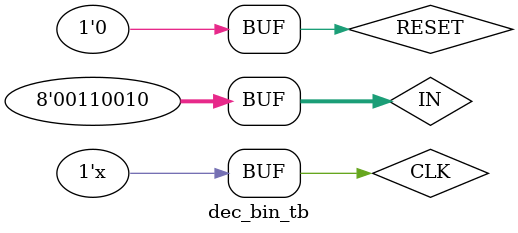
<source format=v>
module dec_bin_tb

#(parameter no_of_bits = 8,

parameter time_period = 20)(

);

wire [(no_of_bits/2) - 1 :0] COUNTER;

wire [(no_of_bits) - 1 : 0] BIN;

reg CLK, RESET;

reg [7:0] IN;

dec_bin db1 (.counter(COUNTER), .bin(BIN), .clk(CLK), .reset(RESET), .in(IN));

initial

begin

CLK = 1'b0;

RESET = 1'b0;

#time_period RESET = 1'b1;

IN = 50;

#time_period RESET = 1'b0;

#580 RESET = 1'b1;

#time_period RESET = 1'b0;

end

always

#time_period CLK = ~CLK;

endmodule

</source>
